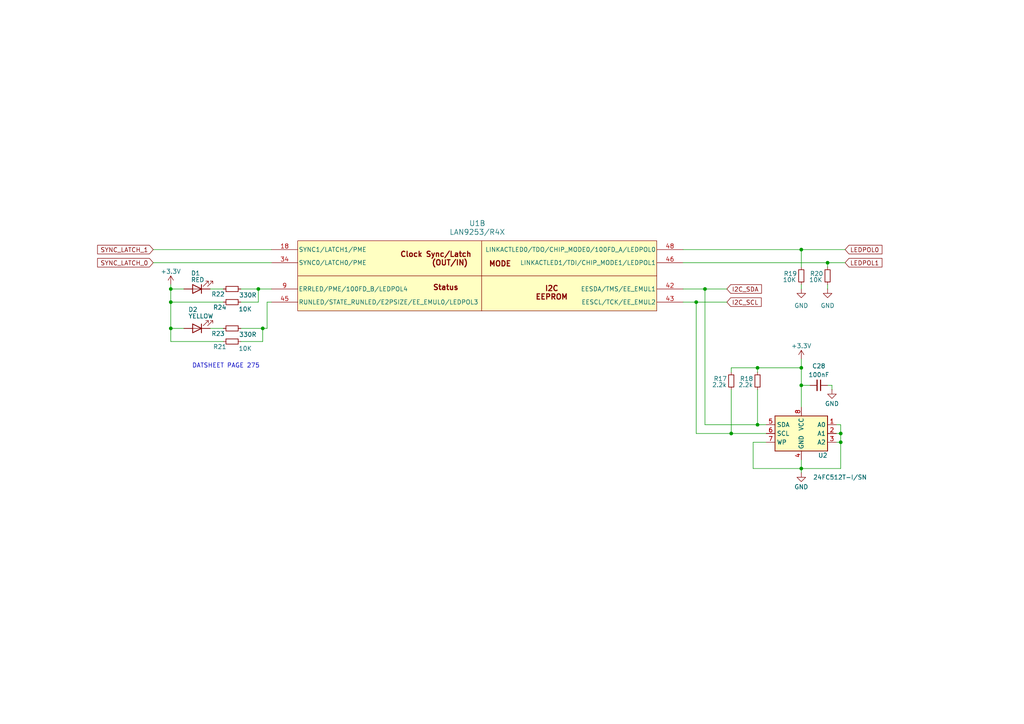
<source format=kicad_sch>
(kicad_sch (version 20231120) (generator "eeschema") (generator_version "8.0")
  (paper "A4")
  (title_block (title "Kyncat") (date "2025-01-03") (rev "0.0.1") (company "Kynsight GmbH") (comment 1 "Git : https://git.keydev.me/kynsight/Kyncathttps://git.keydev.me/kynsight/Kyncat") (comment 2 "EtherCAT devices for various use cases. This one is the first test board"))
  (lib_symbols
    (symbol "470_specific_microchip:LAN9253_R4X" (pin_names (offset 0.254))
      (property "Reference" "U" (at -38.1 29.464 0))
      (property "Value" "LAN9253/R4X" (at -30.226 -31.242 0))
      (symbol "LAN9253_R4X_1_1"
        (rectangle (start -38.1 27.94) (end 38.1 -29.21) (fill (type background)))
        (polyline (pts (xy 0 -7.62) (xy 38.1 -7.62)))
        (polyline (pts (xy 38.1 13.97) (xy -38.1 13.97)))
        (polyline (pts (xy -38.1 -3.81) (xy 0 -3.81) (xy 0 13.97)))
        (polyline (pts (xy 0 -2.54) (xy 0 -29.21) (xy -38.1 -29.21)))
        (text "INT PORT1" (at 15.748 3.556 0) (effects (font (size 1.524 1.524) (thickness 0.3048) (bold yes))))
        (text "INT PORT2" (at 15.24 -19.05 0) (effects (font (size 1.524 1.524) (thickness 0.3048) (bold yes))))
        (text "OCS" (at -14.224 5.08 0) (effects (font (size 1.524 1.524) (thickness 0.3048) (bold yes))))
        (text "OTHER \nSIGNALS" (at -13.462 -12.954 0) (effects (font (size 1.524 1.524) (thickness 0.3048) (bold yes))))
        (text "POWER" (at -35.306 20.574 900) (effects (font (size 1.524 1.524) (thickness 0.3048) (bold yes))))
        (pin input line (at -45.72 7.62 0) (length 7.62) (name "OSCI") (number "1"))
        (pin bidirectional line (at -45.72 -15.24 0) (length 7.62) (name "RST#") (number "11"))
        (pin power_in line (at -5.08 35.56 270) (length 7.62) (name "VDDIO") (number "14"))
        (pin output line (at -45.72 3.81 0) (length 7.62) (name "OSCO") (number "2"))
        (pin power_in line (at -2.54 35.56 270) (length 7.62) (name "VDDIO") (number "20"))
        (pin power_in line (at 15.24 35.56 270) (length 7.62) (name "VDDCR") (number "24"))
        (pin power_in line (at -45.72 11.43 0) (length 7.62) (name "OSCVDD12") (number "3"))
        (pin power_in line (at 0 35.56 270) (length 7.62) (name "VDDIO") (number "32"))
        (pin power_in line (at 2.54 35.56 270) (length 7.62) (name "VDDIO") (number "37"))
        (pin power_in line (at 17.78 35.56 270) (length 7.62) (name "VDDCR") (number "38"))
        (pin power_out line (at -45.72 0 0) (length 7.62) (name "OSCVSS") (number "4"))
        (pin input line (at -45.72 -26.67 0) (length 7.62) (name "TESTMODE") (number "41"))
        (pin bidirectional line (at -45.72 -19.05 0) (length 7.62) (name "IRQ/LATCH1") (number "44"))
        (pin power_in line (at 5.08 35.56 270) (length 7.62) (name "VDDIO") (number "47"))
        (pin power_in line (at -12.7 35.56 270) (length 7.62) (name "VDD33") (number "5"))
        (pin power_in line (at -30.48 35.56 270) (length 7.62) (name "VDD33TXRX1") (number "51"))
        (pin unspecified line (at 45.72 7.62 180) (length 7.62) (name "TNXA") (number "52"))
        (pin unspecified line (at 45.72 5.08 180) (length 7.62) (name "TXPA") (number "53"))
        (pin unspecified line (at 45.72 2.54 180) (length 7.62) (name "RXNA") (number "54"))
        (pin unspecified line (at 45.72 0 180) (length 7.62) (name "RXPA") (number "55"))
        (pin power_in line (at 25.4 35.56 270) (length 7.62) (name "VDD12TX1") (number "56"))
        (pin unspecified line (at -45.72 -11.43 0) (length 7.62) (name "RBIAS") (number "57"))
        (pin power_in line (at -20.32 35.56 270) (length 7.62) (name "VDD33BIAS") (number "58"))
        (pin power_in line (at 27.94 35.56 270) (length 7.62) (name "VDD12TX2") (number "59"))
        (pin power_in line (at 12.7 35.56 270) (length 7.62) (name "VDDCR") (number "6"))
        (pin unspecified line (at 45.72 -22.86 180) (length 7.62) (name "RXPB") (number "60"))
        (pin unspecified line (at 45.72 -20.32 180) (length 7.62) (name "RXNB") (number "61"))
        (pin unspecified line (at 45.72 -17.78 180) (length 7.62) (name "TXPB") (number "62"))
        (pin unspecified line (at 45.72 -15.24 180) (length 7.62) (name "TXNB") (number "63"))
        (pin power_in line (at -27.94 35.56 270) (length 7.62) (name "VDD33TXRX2") (number "64"))
        (pin power_out line (at 35.56 35.56 270) (length 7.62) (name "GND") (number "65"))
        (pin unspecified line (at -45.72 -7.62 0) (length 7.62) (name "REG_EN") (number "7"))
        (pin bidirectional line (at -45.72 -22.86 0) (length 7.62) (name "CLK_25/CLK_25_EN/XTAL_MODE") (number "8"))
      )
      (symbol "LAN9253_R4X_2_1"
        (rectangle (start -53.34 10.16) (end 50.8 -10.16) (fill (type background)))
        (polyline (pts (xy -53.34 0) (xy 50.8 0)))
        (polyline (pts (xy 0 10.16) (xy 0 -10.16)))
        (text "Clock Sync/Latch \n      (OUT/IN)" (at -12.7 5.08 0) (effects (font (size 1.524 1.524) (thickness 0.3048) (bold yes))))
        (text "I2C\nEEPROM" (at 20.32 -4.826 0) (effects (font (size 1.524 1.524) (thickness 0.3048) (bold yes))))
        (text "MODE" (at 5.334 3.556 0) (effects (font (size 1.524 1.524) (thickness 0.3048) (bold yes))))
        (text "Status" (at -10.414 -3.302 0) (effects (font (size 1.524 1.524) (thickness 0.3048) (bold yes))))
        (pin bidirectional line (at -60.96 7.62 0) (length 7.62) (name "SYNC1/LATCH1/PME") (number "18"))
        (pin bidirectional line (at -60.96 3.81 0) (length 7.62) (name "SYNC0/LATCH0/PME") (number "34"))
        (pin bidirectional line (at 58.42 -3.81 180) (length 7.62) (name "EESDA/TMS/EE_EMUL1") (number "42"))
        (pin bidirectional line (at 58.42 -7.62 180) (length 7.62) (name "EESCL/TCK/EE_EMUL2") (number "43"))
        (pin bidirectional line (at -60.96 -7.62 0) (length 7.62) (name "RUNLED/STATE_RUNLED/E2PSIZE/EE_EMUL0/LEDPOL3") (number "45"))
        (pin bidirectional line (at 58.42 3.81 180) (length 7.62) (name "LINKACTLED1/TDI/CHIP_MODE1/LEDPOL1") (number "46"))
        (pin bidirectional line (at 58.42 7.62 180) (length 7.62) (name "LINKACTLED0/TDO/CHIP_MODE0/100FD_A/LEDPOL0") (number "48"))
        (pin bidirectional line (at -60.96 -3.81 0) (length 7.62) (name "ERRLED/PME/100FD_B/LEDPOL4") (number "9"))
      )
      (symbol "LAN9253_R4X_3_1"
        (rectangle (start -45.72 -11.43) (end 0 -24.13))
        (rectangle (start -45.72 19.05) (end 44.45 -24.13) (fill (type background)))
        (rectangle (start -7.62 19.05) (end -45.72 -6.35))
        (text "DNP" (at -27.0897 -13.8086 0) (effects (font (size 1.524 1.524) (thickness 0.3048) (bold yes))))
        (text "SPI" (at -27.432 -3.048 0) (effects (font (size 1.524 1.524) (thickness 0.3048) (bold yes))))
        (pin bidirectional line (at -53.34 -20.32 0) (length 7.62) (name "WAIT_ACK/PME/LATCH0//EE_EMUL_SPI3") (number "10"))
        (pin bidirectional line (at -53.34 13.97 0) (length 7.62) (name "D2/AD2/SOF/SIO2/EE_EMUL_SPI0") (number "12"))
        (pin bidirectional line (at -53.34 11.43 0) (length 7.62) (name "D1/AD1/EOF/SO/SIO1") (number "13"))
        (pin bidirectional line (at 52.07 -3.81 180) (length 7.62) (name "D14/AD14/DIGIO8/GPI8/GPO8/MII_TXD3/TX_SHIFT1") (number "15"))
        (pin bidirectional line (at 52.07 16.51 180) (length 7.62) (name "D13/AD13/DIGIO7/GPI7/GPO7/MII_TXD2/TX_SHIFT0") (number "16"))
        (pin bidirectional line (at -53.34 8.89 0) (length 7.62) (name "D0/AD0/WD_STATE/SI/SIO0") (number "17"))
        (pin bidirectional line (at -53.34 3.81 0) (length 7.62) (name "D9/AD9/LATCH_IN/SCK") (number "19"))
        (pin bidirectional line (at 52.07 13.97 180) (length 7.62) (name "D12/AD12/DIGIO6/GPI6/GPO6/MII_TXD1/100FD_B") (number "21"))
        (pin bidirectional line (at 52.07 11.43 180) (length 7.62) (name "D11/AD11/DIGIO5/GPI5/GPO5/MII_TXD0/100FD_A") (number "22"))
        (pin bidirectional line (at 52.07 8.89 180) (length 7.62) (name "D10/AD10/DIGIO4/GPI4/GPO4/MII_TXEN") (number "23"))
        (pin bidirectional line (at -53.34 -17.78 0) (length 7.62) (name "A1/ALELO/OE_EXT/MII_CLK25//EE_EMUL_SPI2") (number "25"))
        (pin bidirectional line (at 52.07 -11.43 180) (length 7.62) (name "A3/BE0/DIGIO11/GPI11/GPO11/MII_RXDV") (number "26"))
        (pin bidirectional line (at 52.07 -13.97 180) (length 7.62) (name "A4/BE1/DIGIO12/GPI12/GPO12/MII_RXD0") (number "27"))
        (pin bidirectional line (at 52.07 -16.51 180) (length 7.62) (name "CS/DIGIO13/GPI13/GPO13/MII_RXD1") (number "28"))
        (pin bidirectional line (at 52.07 -8.89 180) (length 7.62) (name "A2/ALEHI/DIGIO10/GPI10/GPO10/LINKACTLED2/EE_EMUL_ALELO_POL/MII_LINKPOL/LEDPOL2") (number "29"))
        (pin bidirectional line (at 52.07 -19.05 180) (length 7.62) (name "WR/ENB/DIGIO14/GPI14/GPO14/MII_RXD2") (number "30"))
        (pin bidirectional line (at 52.07 -21.59 180) (length 7.62) (name "RD/RD_WR/DIGIO15/GPI15/GPO15/MII_RXD3") (number "31"))
        (pin bidirectional line (at 52.07 -6.35 180) (length 7.62) (name "A0/D15/AD15/DIGIO9/GPI9/GPO9/MII_RXER") (number "33"))
        (pin bidirectional line (at -53.34 16.51 0) (length 7.62) (name "D3/AD3/WD_TRIG/SIO3/EE_EMUL_SPI1") (number "35"))
        (pin bidirectional line (at 52.07 -1.27 180) (length 7.62) (name "D6/AD6/DIGIO0/GPI0/GPO0/MII_RXCLK") (number "36"))
        (pin bidirectional line (at 52.07 1.27 180) (length 7.62) (name "D7/AD7/DIGIO1/GPI1/GPO1/MII_MDC") (number "39"))
        (pin bidirectional line (at 52.07 3.81 180) (length 7.62) (name "D8/AD8/DIGIO2/GPI2/GPO2/MII_MDIO") (number "40"))
        (pin bidirectional line (at 52.07 6.35 180) (length 7.62) (name "D4/AD4/DIGIO3/GPI3/GPO3/MII_LINK") (number "49"))
        (pin bidirectional line (at -53.34 6.35 0) (length 7.62) (name "D5/AD5/OUTVALID/SCS#") (number "50"))
      )
    )
    (symbol "Device:C_Small" (pin_numbers hide) (pin_names (offset 0.254) hide)
      (property "Reference" "C" (at 0.254 1.778 0))
      (property "Value" "C_Small" (at 0.254 -2.032 0))
      (symbol "C_Small_0_1"
        (polyline (pts (xy -1.524 -0.508) (xy 1.524 -0.508)) (stroke (width 0.3302)))
        (polyline (pts (xy -1.524 0.508) (xy 1.524 0.508)) (stroke (width 0.3048)))
      )
      (symbol "C_Small_1_1"
        (pin passive line (at 0 2.54 270) (length 2.032) (name "~") (number "1"))
        (pin passive line (at 0 -2.54 90) (length 2.032) (name "~") (number "2"))
      )
    )
    (symbol "Device:LED" (pin_numbers hide) (pin_names (offset 1.016) hide)
      (property "Reference" "D" (at 0 2.54 0))
      (property "Value" "LED" (at 0 -2.54 0))
      (symbol "LED_0_1"
        (polyline (pts (xy -1.27 -1.27) (xy -1.27 1.27)) (stroke (width 0.254)))
        (polyline (pts (xy -1.27 0) (xy 1.27 0)))
        (polyline (pts (xy 1.27 -1.27) (xy 1.27 1.27) (xy -1.27 0) (xy 1.27 -1.27)) (stroke (width 0.254)))
        (polyline (pts (xy -3.048 -0.762) (xy -4.572 -2.286) (xy -3.81 -2.286) (xy -4.572 -2.286) (xy -4.572 -1.524)))
        (polyline (pts (xy -1.778 -0.762) (xy -3.302 -2.286) (xy -2.54 -2.286) (xy -3.302 -2.286) (xy -3.302 -1.524)))
      )
      (symbol "LED_1_1"
        (pin passive line (at -3.81 0 0) (length 2.54) (name "K") (number "1"))
        (pin passive line (at 3.81 0 180) (length 2.54) (name "A") (number "2"))
      )
    )
    (symbol "Device:R_Small" (pin_numbers hide) (pin_names (offset 0.254) hide)
      (property "Reference" "R" (at 0.762 0.508 0))
      (property "Value" "R_Small" (at 0.762 -1.016 0))
      (symbol "R_Small_0_1"
        (rectangle (start -0.762 1.778) (end 0.762 -1.778) (stroke (width 0.2032)))
      )
      (symbol "R_Small_1_1"
        (pin passive line (at 0 2.54 270) (length 0.762) (name "~") (number "1"))
        (pin passive line (at 0 -2.54 90) (length 0.762) (name "~") (number "2"))
      )
    )
    (symbol "Memory_EEPROM:AT24CS01-MAHM"
      (property "Reference" "U" (at -7.62 6.35 0))
      (property "Value" "AT24CS01-MAHM" (at 2.54 -6.35 0))
      (symbol "AT24CS01-MAHM_1_1"
        (rectangle (start -7.62 5.08) (end 7.62 -5.08) (stroke (width 0.254)) (fill (type background)))
        (pin input line (at -10.16 2.54 0) (length 2.54) (name "A0") (number "1"))
        (pin input line (at -10.16 0 0) (length 2.54) (name "A1") (number "2"))
        (pin input line (at -10.16 -2.54 0) (length 2.54) (name "A2") (number "3"))
        (pin power_in line (at 0 -7.62 90) (length 2.54) (name "GND") (number "4"))
        (pin bidirectional line (at 10.16 2.54 180) (length 2.54) (name "SDA") (number "5"))
        (pin input line (at 10.16 0 180) (length 2.54) (name "SCL") (number "6"))
        (pin input line (at 10.16 -2.54 180) (length 2.54) (name "WP") (number "7"))
        (pin power_in line (at 0 7.62 270) (length 2.54) (name "VCC") (number "8"))
      )
    )
    (symbol "power:+3.3V" (power) (pin_numbers hide) (pin_names (offset 0) hide)
      (property "Value" "+3.3V" (at 0 3.556 0))
      (symbol "+3.3V_0_1"
        (polyline (pts (xy -0.762 1.27) (xy 0 2.54)))
        (polyline (pts (xy 0 0) (xy 0 2.54)))
        (polyline (pts (xy 0 2.54) (xy 0.762 1.27)))
      )
      (symbol "+3.3V_1_1"
        (pin power_in line (at 0 0 90) (length 0) (name "~") (number "1"))
      )
    )
    (symbol "power:GND" (power) (pin_numbers hide) (pin_names (offset 0) hide)
      (property "Value" "GND" (at 0 -3.81 0))
      (symbol "GND_0_1"
        (polyline (pts (xy 0 0) (xy 0 -1.27) (xy 1.27 -1.27) (xy 0 -2.54) (xy -1.27 -1.27) (xy 0 -1.27)))
      )
      (symbol "GND_1_1"
        (pin power_in line (at 0 0 270) (length 0) (name "~") (number "1"))
      )
    )
  )
  (junction (at 204.47 83.82))
  (junction (at 201.93 87.63))
  (junction (at 232.41 106.68))
  (junction (at 212.09 125.73))
  (junction (at 232.41 72.39))
  (junction (at 243.84 128.27))
  (junction (at 219.71 123.19))
  (junction (at 219.71 106.68))
  (junction (at 232.41 135.89))
  (junction (at 76.2 95.25))
  (junction (at 49.53 83.82))
  (junction (at 49.53 95.25))
  (junction (at 49.53 87.63))
  (junction (at 240.03 76.2))
  (junction (at 232.41 111.76))
  (junction (at 243.84 125.73))
  (junction (at 74.93 83.82))
  (wire (pts (xy 212.09 113.03) (xy 212.09 125.73)))
  (wire (pts (xy 77.47 95.25) (xy 77.47 87.63)))
  (wire (pts (xy 243.84 135.89) (xy 232.41 135.89)))
  (wire (pts (xy 60.96 83.82) (xy 64.77 83.82)))
  (wire (pts (xy 69.85 95.25) (xy 76.2 95.25)))
  (wire (pts (xy 243.84 128.27) (xy 242.57 128.27)))
  (wire (pts (xy 243.84 128.27) (xy 243.84 135.89)))
  (wire (pts (xy 76.2 99.06) (xy 69.85 99.06)))
  (wire (pts (xy 204.47 123.19) (xy 219.71 123.19)))
  (wire (pts (xy 204.47 83.82) (xy 210.82 83.82)))
  (wire (pts (xy 198.12 76.2) (xy 240.03 76.2)))
  (wire (pts (xy 218.44 128.27) (xy 218.44 135.89)))
  (wire (pts (xy 232.41 111.76) (xy 232.41 118.11)))
  (wire (pts (xy 49.53 82.55) (xy 49.53 83.82)))
  (wire (pts (xy 74.93 83.82) (xy 78.74 83.82)))
  (wire (pts (xy 64.77 99.06) (xy 49.53 99.06)))
  (wire (pts (xy 242.57 123.19) (xy 243.84 123.19)))
  (wire (pts (xy 232.41 82.55) (xy 232.41 83.82)))
  (wire (pts (xy 44.45 72.39) (xy 78.74 72.39)))
  (wire (pts (xy 49.53 87.63) (xy 49.53 95.25)))
  (wire (pts (xy 232.41 135.89) (xy 232.41 137.16)))
  (wire (pts (xy 212.09 107.95) (xy 212.09 106.68)))
  (wire (pts (xy 198.12 83.82) (xy 204.47 83.82)))
  (wire (pts (xy 49.53 99.06) (xy 49.53 95.25)))
  (wire (pts (xy 219.71 113.03) (xy 219.71 123.19)))
  (wire (pts (xy 232.41 111.76) (xy 234.95 111.76)))
  (wire (pts (xy 219.71 107.95) (xy 219.71 106.68)))
  (wire (pts (xy 243.84 123.19) (xy 243.84 125.73)))
  (wire (pts (xy 198.12 87.63) (xy 201.93 87.63)))
  (wire (pts (xy 240.03 82.55) (xy 240.03 83.82)))
  (wire (pts (xy 77.47 95.25) (xy 76.2 95.25)))
  (wire (pts (xy 240.03 111.76) (xy 241.3 111.76)))
  (wire (pts (xy 198.12 72.39) (xy 232.41 72.39)))
  (wire (pts (xy 77.47 87.63) (xy 78.74 87.63)))
  (wire (pts (xy 222.25 128.27) (xy 218.44 128.27)))
  (wire (pts (xy 219.71 106.68) (xy 232.41 106.68)))
  (wire (pts (xy 74.93 87.63) (xy 74.93 83.82)))
  (wire (pts (xy 204.47 83.82) (xy 204.47 123.19)))
  (wire (pts (xy 241.3 111.76) (xy 241.3 113.03)))
  (wire (pts (xy 49.53 87.63) (xy 49.53 83.82)))
  (wire (pts (xy 64.77 87.63) (xy 49.53 87.63)))
  (wire (pts (xy 243.84 125.73) (xy 242.57 125.73)))
  (wire (pts (xy 49.53 95.25) (xy 53.34 95.25)))
  (wire (pts (xy 232.41 72.39) (xy 245.11 72.39)))
  (wire (pts (xy 240.03 76.2) (xy 240.03 77.47)))
  (wire (pts (xy 44.45 76.2) (xy 78.74 76.2)))
  (wire (pts (xy 232.41 133.35) (xy 232.41 135.89)))
  (wire (pts (xy 243.84 125.73) (xy 243.84 128.27)))
  (wire (pts (xy 232.41 104.14) (xy 232.41 106.68)))
  (wire (pts (xy 212.09 125.73) (xy 222.25 125.73)))
  (wire (pts (xy 76.2 95.25) (xy 76.2 99.06)))
  (wire (pts (xy 219.71 123.19) (xy 222.25 123.19)))
  (wire (pts (xy 232.41 106.68) (xy 232.41 111.76)))
  (wire (pts (xy 232.41 72.39) (xy 232.41 77.47)))
  (wire (pts (xy 69.85 87.63) (xy 74.93 87.63)))
  (wire (pts (xy 201.93 87.63) (xy 201.93 125.73)))
  (wire (pts (xy 218.44 135.89) (xy 232.41 135.89)))
  (wire (pts (xy 201.93 87.63) (xy 210.82 87.63)))
  (wire (pts (xy 60.96 95.25) (xy 64.77 95.25)))
  (wire (pts (xy 69.85 83.82) (xy 74.93 83.82)))
  (wire (pts (xy 240.03 76.2) (xy 245.11 76.2)))
  (wire (pts (xy 212.09 106.68) (xy 219.71 106.68)))
  (wire (pts (xy 49.53 83.82) (xy 53.34 83.82)))
  (wire (pts (xy 201.93 125.73) (xy 212.09 125.73)))
  (text "DATSHEET PAGE 275" (at 65.532 106.172 0) (effects (font (size 1.27 1.27))))
  (global_label "I2C_SCL" (shape input) (at 210.82 87.63 0) (property "Intersheetrefs" "${INTERSHEET_REFS}" (effects (hide yes))))
  (global_label "SYNC_LATCH_1" (shape input) (at 44.45 72.39 180) (property "Intersheetrefs" "${INTERSHEET_REFS}" (effects (hide yes))))
  (global_label "LEDPOL0" (shape input) (at 245.11 72.39 0) (property "Intersheetrefs" "${INTERSHEET_REFS}" (effects (hide yes))))
  (global_label "LEDPOL1" (shape input) (at 245.11 76.2 0) (property "Intersheetrefs" "${INTERSHEET_REFS}" (effects (hide yes))))
  (global_label "I2C_SDA" (shape input) (at 210.82 83.82 0) (property "Intersheetrefs" "${INTERSHEET_REFS}" (effects (hide yes))))
  (global_label "SYNC_LATCH_0" (shape input) (at 44.45 76.2 180) (property "Intersheetrefs" "${INTERSHEET_REFS}" (effects (hide yes))))
  (symbol (lib_id "Device:LED") (at 57.15 95.25 180) (unit 1)
    (property "Reference" "D2" (at 54.61 89.789 0) (effects (justify right)))
    (property "Value" "YELLOW" (at 54.61 91.694 0) (effects (justify right)))
    (property "Footprint" "LED_SMD:LED_0603_1608Metric_Pad1.05x0.95mm_HandSolder" (effects (hide yes)))
    (property "Man" "Lite-on" (effects (hide yes)))
    (property "Man_No" "LTST-C191KSKT" (effects (hide yes)))
    (property "Disti" "Digikey" (effects (hide yes)))
    (property "Disti_No" "160-1448-1-ND" (effects (hide yes)))
  )
  (symbol (lib_id "Device:C_Small") (at 237.49 111.76 270) (unit 1)
    (property "Reference" "C28" (at 237.49 106.172 90))
    (property "Value" "100nF" (at 237.49 108.712 90))
    (property "Footprint" "Capacitor_SMD:C_0603_1608Metric" (effects (hide yes)))
    (property "Man" "Samsung" (effects (hide yes)))
    (property "Man_No" "CL10B104KB8NNWC" (effects (hide yes)))
    (property "Disti" "Digikey" (effects (hide yes)))
    (property "Disti_No" "1276-1935-1-ND" (effects (hide yes)))
  )
  (symbol (lib_id "power:+3.3V") (at 49.53 82.55 0) (unit 1)
    (property "Reference" "#PWR037" (effects (hide yes)))
    (property "Value" "+3.3V" (at 49.53 78.74 0))
    (property "Description" "Power symbol creates a global label with name \"+3.3V\"" (effects (hide yes)))
  )
  (symbol (lib_id "Device:R_Small") (at 240.03 80.01 180) (unit 1)
    (property "Reference" "R20" (at 236.855 79.375 0))
    (property "Value" "10K" (at 236.601 81.153 0))
    (property "Footprint" "Resistor_SMD:R_0603_1608Metric" (effects (hide yes)))
    (property "Description" "Resistor, small symbol" (effects (hide yes)))
    (property "Man" "Yageo" (effects (hide yes)))
    (property "Man_No" "RC0603FR-0710KL" (effects (hide yes)))
    (property "Disti" "Digikey" (effects (hide yes)))
    (property "Disti_No" "311-10.0KHRCT-ND" (effects (hide yes)))
  )
  (symbol (lib_id "Device:R_Small") (at 67.31 83.82 270) (unit 1)
    (property "Reference" "R22" (at 63.246 85.344 90))
    (property "Value" "330R" (at 71.882 85.598 90))
    (property "Footprint" "Resistor_SMD:R_0603_1608Metric" (effects (hide yes)))
    (property "Description" "Resistor, small symbol" (effects (hide yes)))
    (property "Man" "Yageo" (effects (hide yes)))
    (property "Man_No" "RC0603FR-07330RL" (effects (hide yes)))
    (property "Disti" "Digikey" (effects (hide yes)))
    (property "Disti_No" "311-330HRCT-ND" (effects (hide yes)))
  )
  (symbol (lib_id "power:GND") (at 240.03 83.82 0) (mirror y) (unit 1)
    (property "Reference" "#PWR036" (effects (hide yes)))
    (property "Value" "GND" (at 240.03 88.646 0))
    (property "Description" "Power symbol creates a global label with name \"GND\" , ground" (effects (hide yes)))
  )
  (symbol (lib_id "power:+3.3V") (at 232.41 104.14 0) (unit 1)
    (property "Reference" "#PWR034" (effects (hide yes)))
    (property "Value" "+3.3V" (at 232.41 100.33 0))
    (property "Description" "Power symbol creates a global label with name \"+3.3V\"" (effects (hide yes)))
  )
  (symbol (lib_id "Device:R_Small") (at 232.41 80.01 180) (unit 1)
    (property "Reference" "R19" (at 229.235 79.375 0))
    (property "Value" "10K" (at 228.981 81.153 0))
    (property "Footprint" "Resistor_SMD:R_0603_1608Metric" (effects (hide yes)))
    (property "Description" "Resistor, small symbol" (effects (hide yes)))
    (property "Man" "Yageo" (effects (hide yes)))
    (property "Man_No" "RC0603FR-0710KL" (effects (hide yes)))
    (property "Disti" "Digikey" (effects (hide yes)))
    (property "Disti_No" "311-10.0KHRCT-ND" (effects (hide yes)))
  )
  (symbol (lib_id "Device:R_Small") (at 219.71 110.49 180) (unit 1)
    (property "Reference" "R18" (at 216.535 109.855 0))
    (property "Value" "2.2k" (at 216.281 111.633 0))
    (property "Footprint" "Resistor_SMD:R_0603_1608Metric" (effects (hide yes)))
    (property "Description" "Resistor, small symbol" (effects (hide yes)))
    (property "Man" "Yageo" (effects (hide yes)))
    (property "Man_No" "RC0603FR-072K2L" (effects (hide yes)))
    (property "Disti" "Digikey" (effects (hide yes)))
    (property "Disti_No" "311-2.20KHRCT-ND" (effects (hide yes)))
  )
  (symbol (lib_id "Device:R_Small") (at 67.31 87.63 270) (unit 1)
    (property "Reference" "R24" (at 63.754 89.154 90))
    (property "Value" "10K" (at 71.12 89.662 90))
    (property "Footprint" "Resistor_SMD:R_0603_1608Metric" (effects (hide yes)))
    (property "Description" "Resistor, small symbol" (effects (hide yes)))
    (property "Man" "Yageo" (effects (hide yes)))
    (property "Man_No" "RC0603FR-0710KL" (effects (hide yes)))
    (property "Disti" "Digikey" (effects (hide yes)))
    (property "Disti_No" "311-10.0KHRCT-ND" (effects (hide yes)))
  )
  (symbol (lib_id "Device:R_Small") (at 212.09 110.49 180) (unit 1)
    (property "Reference" "R17" (at 208.915 109.855 0))
    (property "Value" "2.2k" (at 208.661 111.633 0))
    (property "Footprint" "Resistor_SMD:R_0603_1608Metric" (effects (hide yes)))
    (property "Description" "Resistor, small symbol" (effects (hide yes)))
    (property "Man" "Yageo" (effects (hide yes)))
    (property "Man_No" "RC0603FR-072K2L" (effects (hide yes)))
    (property "Disti" "Digikey" (effects (hide yes)))
    (property "Disti_No" "311-2.20KHRCT-ND" (effects (hide yes)))
  )
  (symbol (lib_id "power:GND") (at 232.41 83.82 0) (mirror y) (unit 1)
    (property "Reference" "#PWR035" (effects (hide yes)))
    (property "Value" "GND" (at 232.41 88.646 0))
    (property "Description" "Power symbol creates a global label with name \"GND\" , ground" (effects (hide yes)))
  )
  (symbol (lib_id "Device:R_Small") (at 67.31 99.06 270) (unit 1)
    (property "Reference" "R21" (at 63.754 100.584 90))
    (property "Value" "10K" (at 71.12 101.092 90))
    (property "Footprint" "Resistor_SMD:R_0603_1608Metric" (effects (hide yes)))
    (property "Description" "Resistor, small symbol" (effects (hide yes)))
    (property "Man" "Yageo" (effects (hide yes)))
    (property "Man_No" "RC0603FR-0710KL" (effects (hide yes)))
    (property "Disti" "Digikey" (effects (hide yes)))
    (property "Disti_No" "311-10.0KHRCT-ND" (effects (hide yes)))
  )
  (symbol (lib_id "Device:LED") (at 57.15 83.82 180) (unit 1)
    (property "Reference" "D1" (at 55.372 79.248 0) (effects (justify right)))
    (property "Value" "RED" (at 55.372 81.153 0) (effects (justify right)))
    (property "Footprint" "LED_SMD:LED_0603_1608Metric_Pad1.05x0.95mm_HandSolder" (effects (hide yes)))
    (property "Man" "Lite-on" (effects (hide yes)))
    (property "Man_No" "LTST-C191KRKT" (effects (hide yes)))
    (property "Disti" "Digikey" (effects (hide yes)))
    (property "Disti_No" "160-1447-1-ND" (effects (hide yes)))
  )
  (symbol (lib_id "Memory_EEPROM:AT24CS01-MAHM") (at 232.41 125.73 0) (mirror y) (unit 1)
    (property "Reference" "U2" (at 240.03 132.08 0) (effects (justify left)))
    (property "Value" "24FC512T-I/SN" (at 251.46 138.43 0) (effects (justify left)))
    (property "Footprint" "Package_SO:SOIC-8_3.9x4.9mm_P1.27mm" (effects (hide yes)))
    (property "Datasheet" "https://ww1.microchip.com/downloads/en/DeviceDoc/24AA512-24LC512-24FC512-512K-Bit-I2C-Serial-EEPROM-20001754Q.pdf" (effects (hide yes)))
    (property "Description" "512K I2C Serial EEPROM 64K x 8-bit" (effects (hide yes)))
    (property "Man" "Micochip" (effects (hide yes)))
    (property "Man_No" "24FC512T-I/SN " (effects (hide yes)))
    (property "Disti" "Digikey" (effects (hide yes)))
    (property "Disti_No" "24FC512T-I/SNCT-ND" (effects (hide yes)))
  )
  (symbol (lib_id "470_specific_microchip:LAN9253_R4X") (at 139.7 80.01 0) (unit 2)
    (property "Reference" "U1" (at 138.43 64.77 0) (effects (font (size 1.524 1.524))))
    (property "Value" "LAN9253/R4X" (at 138.43 67.31 0) (effects (font (size 1.524 1.524))))
    (property "Footprint" "Package_DFN_QFN:QFN-64-1EP_9x9mm_P0.5mm_EP6x6mm_ThermalVias" (effects (hide yes)))
    (property "Datasheet" "https://ww1.microchip.com/downloads/aemDocuments/documents/UNG/ProductDocuments/DataSheets/LAN9253-Data-Sheet-DS00003421.pdf" (effects (hide yes)))
    (property "Man" "Microchip" (effects (hide yes)))
    (property "Man_No" "LAN9253/R4X" (effects (hide yes)))
    (property "Disti" "Mouser" (effects (hide yes)))
    (property "Disti_No" " 579-LAN9253/R4X " (effects (hide yes)))
  )
  (symbol (lib_id "power:GND") (at 241.3 113.03 0) (unit 1)
    (property "Reference" "#PWR033" (effects (hide yes)))
    (property "Value" "GND" (at 241.3 117.094 0))
    (property "Description" "Power symbol creates a global label with name \"GND\" , ground" (effects (hide yes)))
  )
  (symbol (lib_id "power:GND") (at 232.41 137.16 0) (mirror y) (unit 1)
    (property "Reference" "#PWR032" (effects (hide yes)))
    (property "Value" "GND" (at 232.41 141.224 0))
    (property "Description" "Power symbol creates a global label with name \"GND\" , ground" (effects (hide yes)))
  )
  (symbol (lib_id "Device:R_Small") (at 67.31 95.25 270) (unit 1)
    (property "Reference" "R23" (at 63.246 96.774 90))
    (property "Value" "330R" (at 71.882 97.028 90))
    (property "Footprint" "Resistor_SMD:R_0603_1608Metric" (effects (hide yes)))
    (property "Description" "Resistor, small symbol" (effects (hide yes)))
    (property "Man" "Yageo" (effects (hide yes)))
    (property "Man_No" "RC0603FR-07330RL" (effects (hide yes)))
    (property "Disti" "Digikey" (effects (hide yes)))
    (property "Disti_No" "311-330HRCT-ND" (effects (hide yes)))
  )
)
</source>
